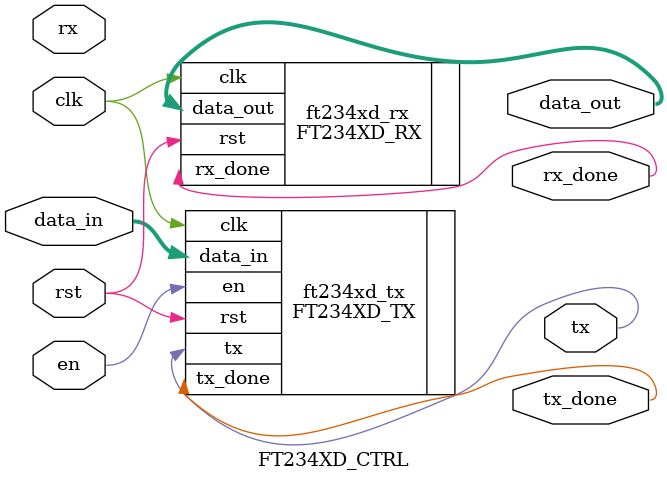
<source format=v>
`timescale 1ns / 1ps


module FT234XD_CTRL(
     input clk,
     input rst,
     input en,
     input rx,
     input [7:0] data_in,
     output tx,
     output [7:0] data_out,
     output tx_done,
     output rx_done
    );
    
FT234XD_TX ft234xd_tx(
         .clk(clk),
         .rst(rst),
         .en(en),
         .tx(tx),
         .data_in(data_in),
         .tx_done(tx_done)
         );
         
FT234XD_RX ft234xd_rx(
         .clk(clk),
         .rst(rst),
         .data_out(data_out),
         .rx_done(rx_done)
         );
         
         
endmodule

</source>
